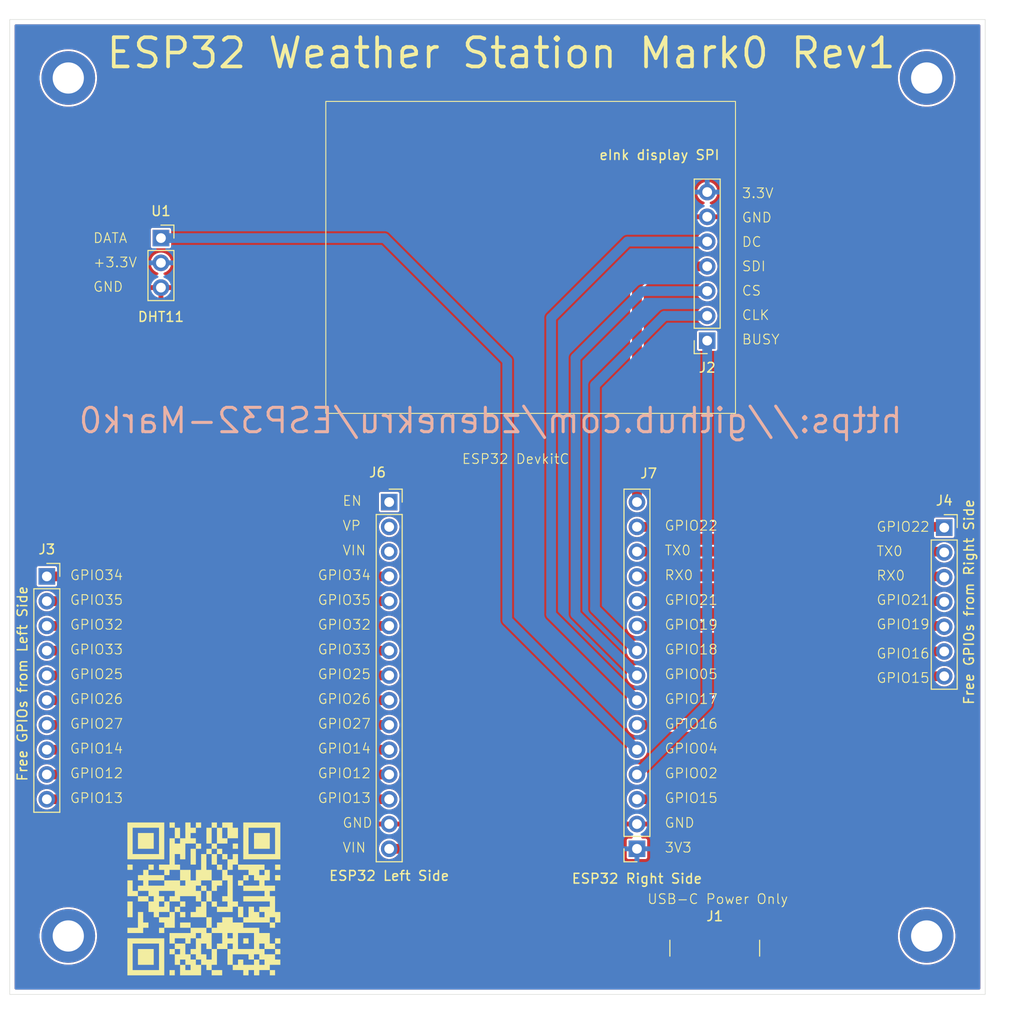
<source format=kicad_pcb>
(kicad_pcb (version 20241229) (generator "pcbnew") (generator_version "9.0")
  (layers (0 "F.Cu" signal) (2 "B.Cu" signal) (13 "F.Paste" user) (15 "B.Paste" user) (5 "F.SilkS" user "F.Silkscreen") (7 "B.SilkS" user "B.Silkscreen") (1 "F.Mask" user) (3 "B.Mask" user) (25 "Edge.Cuts" user))
  (net 0 "")
  (net 1 "GND")
  (net 2 "+5V")
  (net 5 "/SDI")
  (net 6 "+3.3V")
  (net 7 "/GPIO33")
  (net 8 "/GPIO27")
  (net 9 "/GPIO35")
  (net 10 "/GPIO26")
  (net 11 "/GPIO32")
  (net 12 "/GPIO25")
  (net 13 "/GPIO34")
  (net 14 "/GPIO21")
  (net 15 "/GPIO12")
  (net 16 "/GPIO15")
  (net 17 "/CLK")
  (net 18 "/DC")
  (net 19 "/GPIO19")
  (net 20 "/BUSY")
  (net 22 "/CS")
  (net 23 "/GPIO22")
  (net 26 "/GPIO14")
  (net 27 "/GPIO13")
  (net 28 "/DATA")
  (net 29 "/TX0")
  (net 30 "/GPIO16")
  (net 31 "/RX0")
  (footprint "Connector_PinSocket_2.54mm:PinSocket_1x07_P2.54mm_Vertical" (layer "F.Cu") (at 173.3 93.12)
    (property "Reference" "J4" (at 0 -2.77 0) (layer "F.SilkS"))
    (property "Value" "Free GPIOs from Right Side" (at 2.54 7.62 90) (layer "F.SilkS"))
    (pad "1" thru_hole rect (at 0 0) (size 1.7 1.7) (drill 1) (layers "*.Cu" "*.Mask") (net 23 "/GPIO22"))
    (pad "2" thru_hole oval (at 0 2.54) (size 1.7 1.7) (drill 1) (layers "*.Cu" "*.Mask") (net 29 "/TX0"))
    (pad "3" thru_hole oval (at 0 5.08) (size 1.7 1.7) (drill 1) (layers "*.Cu" "*.Mask") (net 31 "/RX0"))
    (pad "4" thru_hole oval (at 0 7.62) (size 1.7 1.7) (drill 1) (layers "*.Cu" "*.Mask") (net 14 "/GPIO21"))
    (pad "5" thru_hole oval (at 0 10.16) (size 1.7 1.7) (drill 1) (layers "*.Cu" "*.Mask") (net 19 "/GPIO19"))
    (pad "6" thru_hole oval (at 0 12.7) (size 1.7 1.7) (drill 1) (layers "*.Cu" "*.Mask") (net 30 "/GPIO16"))
    (pad "7" thru_hole oval (at 0 15.24) (size 1.7 1.7) (drill 1) (layers "*.Cu" "*.Mask") (net 16 "/GPIO15"))
  )
  (footprint "MountingHole:MountingHole_3.2mm_M3_ISO14580_Pad_TopBottom" (layer "F.Cu") (at 171.5 135)
    (property "Reference" "H4")
    (property "Value" "MountingHole")
    (pad "1" thru_hole circle (at 0 0) (size 3.6 3.6) (drill 3.2) (layers "*.Cu" "*.Mask"))
    (pad "1" connect circle (at 0 0) (size 5.5 5.5) (layers "F.Cu" "F.Mask"))
    (pad "1" connect circle (at 0 0) (size 5.5 5.5) (layers "B.Cu" "B.Mask"))
  )
  (footprint "Connector_PinSocket_2.54mm:PinSocket_1x15_P2.54mm_Vertical" (layer "F.Cu") (at 141.8 126.06 180)
    (property "Reference" "J7" (at -1.2 38.5 0) (layer "F.SilkS"))
    (property "Value" "ESP32 Right Side" (at 0 -3.06 0) (layer "F.SilkS"))
    (pad "1" thru_hole rect (at 0 0 180) (size 1.7 1.7) (drill 1) (layers "*.Cu" "*.Mask") (net 6 "+3.3V"))
    (pad "2" thru_hole oval (at 0 2.54 180) (size 1.7 1.7) (drill 1) (layers "*.Cu" "*.Mask") (net 1 "GND"))
    (pad "3" thru_hole oval (at 0 5.08 180) (size 1.7 1.7) (drill 1) (layers "*.Cu" "*.Mask") (net 16 "/GPIO15"))
    (pad "4" thru_hole oval (at 0 7.62 180) (size 1.7 1.7) (drill 1) (layers "*.Cu" "*.Mask") (net 20 "/BUSY"))
    (pad "5" thru_hole oval (at 0 10.16 180) (size 1.7 1.7) (drill 1) (layers "*.Cu" "*.Mask") (net 28 "/DATA"))
    (pad "6" thru_hole oval (at 0 12.7 180) (size 1.7 1.7) (drill 1) (layers "*.Cu" "*.Mask") (net 30 "/GPIO16"))
    (pad "7" thru_hole oval (at 0 15.24 180) (size 1.7 1.7) (drill 1) (layers "*.Cu" "*.Mask") (net 18 "/DC"))
    (pad "8" thru_hole oval (at 0 17.78 180) (size 1.7 1.7) (drill 1) (layers "*.Cu" "*.Mask") (net 22 "/CS"))
    (pad "9" thru_hole oval (at 0 20.32 180) (size 1.7 1.7) (drill 1) (layers "*.Cu" "*.Mask") (net 17 "/CLK"))
    (pad "10" thru_hole oval (at 0 22.86 180) (size 1.7 1.7) (drill 1) (layers "*.Cu" "*.Mask") (net 19 "/GPIO19"))
    (pad "11" thru_hole oval (at 0 25.4 180) (size 1.7 1.7) (drill 1) (layers "*.Cu" "*.Mask") (net 14 "/GPIO21"))
    (pad "12" thru_hole oval (at 0 27.94 180) (size 1.7 1.7) (drill 1) (layers "*.Cu" "*.Mask") (net 31 "/RX0"))
    (pad "13" thru_hole oval (at 0 30.48 180) (size 1.7 1.7) (drill 1) (layers "*.Cu" "*.Mask") (net 29 "/TX0"))
    (pad "14" thru_hole oval (at 0 33.02 180) (size 1.7 1.7) (drill 1) (layers "*.Cu" "*.Mask") (net 23 "/GPIO22"))
    (pad "15" thru_hole oval (at 0 35.56 180) (size 1.7 1.7) (drill 1) (layers "*.Cu" "*.Mask") (net 5 "/SDI"))
  )
  (footprint "MountingHole:MountingHole_3.2mm_M3_ISO14580_Pad_TopBottom" (layer "F.Cu") (at 83.5 47)
    (property "Reference" "H1")
    (property "Value" "MountingHole")
    (pad "1" thru_hole circle (at 0 0) (size 3.6 3.6) (drill 3.2) (layers "*.Cu" "*.Mask"))
    (pad "1" connect circle (at 0 0) (size 5.5 5.5) (layers "F.Cu" "F.Mask"))
    (pad "1" connect circle (at 0 0) (size 5.5 5.5) (layers "B.Cu" "B.Mask"))
  )
  (footprint "MountingHole:MountingHole_3.2mm_M3_ISO14580_Pad_TopBottom" (layer "F.Cu") (at 83.5 135)
    (property "Reference" "H3")
    (property "Value" "MountingHole")
    (pad "1" thru_hole circle (at 0 0) (size 3.6 3.6) (drill 3.2) (layers "*.Cu" "*.Mask"))
    (pad "1" connect circle (at 0 0) (size 5.5 5.5) (layers "F.Cu" "F.Mask"))
    (pad "1" connect circle (at 0 0) (size 5.5 5.5) (layers "B.Cu" "B.Mask"))
  )
  (footprint "Connector_PinSocket_2.54mm:PinSocket_1x10_P2.54mm_Vertical" (layer "F.Cu") (at 81.3 98.12)
    (property "Reference" "J3" (at 0 -2.77 0) (layer "F.SilkS"))
    (property "Value" "Free GPIOs from Left Side" (at -2.5 11 270) (layer "F.SilkS"))
    (pad "1" thru_hole rect (at 0 0) (size 1.7 1.7) (drill 1) (layers "*.Cu" "*.Mask") (net 13 "/GPIO34"))
    (pad "2" thru_hole oval (at 0 2.54) (size 1.7 1.7) (drill 1) (layers "*.Cu" "*.Mask") (net 9 "/GPIO35"))
    (pad "3" thru_hole oval (at 0 5.08) (size 1.7 1.7) (drill 1) (layers "*.Cu" "*.Mask") (net 11 "/GPIO32"))
    (pad "4" thru_hole oval (at 0 7.62) (size 1.7 1.7) (drill 1) (layers "*.Cu" "*.Mask") (net 7 "/GPIO33"))
    (pad "5" thru_hole oval (at 0 10.16) (size 1.7 1.7) (drill 1) (layers "*.Cu" "*.Mask") (net 12 "/GPIO25"))
    (pad "6" thru_hole oval (at 0 12.7) (size 1.7 1.7) (drill 1) (layers "*.Cu" "*.Mask") (net 10 "/GPIO26"))
    (pad "7" thru_hole oval (at 0 15.24) (size 1.7 1.7) (drill 1) (layers "*.Cu" "*.Mask") (net 8 "/GPIO27"))
    (pad "8" thru_hole oval (at 0 17.78) (size 1.7 1.7) (drill 1) (layers "*.Cu" "*.Mask") (net 26 "/GPIO14"))
    (pad "9" thru_hole oval (at 0 20.32) (size 1.7 1.7) (drill 1) (layers "*.Cu" "*.Mask") (net 15 "/GPIO12"))
    (pad "10" thru_hole oval (at 0 22.86) (size 1.7 1.7) (drill 1) (layers "*.Cu" "*.Mask") (net 27 "/GPIO13"))
  )
  (footprint "Connector_PinSocket_2.54mm:PinSocket_1x15_P2.54mm_Vertical" (layer "F.Cu") (at 116.4 90.5)
    (property "Reference" "J6" (at -1.2 -3.04 0) (layer "F.SilkS"))
    (property "Value" "ESP32 Left Side" (at 0 38.33 0) (layer "F.SilkS"))
    (pad "1" thru_hole rect (at 0 0) (size 1.7 1.7) (drill 1) (layers "*.Cu" "*.Mask"))
    (pad "2" thru_hole oval (at 0 2.54) (size 1.7 1.7) (drill 1) (layers "*.Cu" "*.Mask"))
    (pad "3" thru_hole oval (at 0 5.08) (size 1.7 1.7) (drill 1) (layers "*.Cu" "*.Mask"))
    (pad "4" thru_hole oval (at 0 7.62) (size 1.7 1.7) (drill 1) (layers "*.Cu" "*.Mask") (net 13 "/GPIO34"))
    (pad "5" thru_hole oval (at 0 10.16) (size 1.7 1.7) (drill 1) (layers "*.Cu" "*.Mask") (net 9 "/GPIO35"))
    (pad "6" thru_hole oval (at 0 12.7) (size 1.7 1.7) (drill 1) (layers "*.Cu" "*.Mask") (net 11 "/GPIO32"))
    (pad "7" thru_hole oval (at 0 15.24) (size 1.7 1.7) (drill 1) (layers "*.Cu" "*.Mask") (net 7 "/GPIO33"))
    (pad "8" thru_hole oval (at 0 17.78) (size 1.7 1.7) (drill 1) (layers "*.Cu" "*.Mask") (net 12 "/GPIO25"))
    (pad "9" thru_hole oval (at 0 20.32) (size 1.7 1.7) (drill 1) (layers "*.Cu" "*.Mask") (net 10 "/GPIO26"))
    (pad "10" thru_hole oval (at 0 22.86) (size 1.7 1.7) (drill 1) (layers "*.Cu" "*.Mask") (net 8 "/GPIO27"))
    (pad "11" thru_hole oval (at 0 25.4) (size 1.7 1.7) (drill 1) (layers "*.Cu" "*.Mask") (net 26 "/GPIO14"))
    (pad "12" thru_hole oval (at 0 27.94) (size 1.7 1.7) (drill 1) (layers "*.Cu" "*.Mask") (net 15 "/GPIO12"))
    (pad "13" thru_hole oval (at 0 30.48) (size 1.7 1.7) (drill 1) (layers "*.Cu" "*.Mask") (net 27 "/GPIO13"))
    (pad "14" thru_hole oval (at 0 33.02) (size 1.7 1.7) (drill 1) (layers "*.Cu" "*.Mask") (net 1 "GND"))
    (pad "15" thru_hole oval (at 0 35.56) (size 1.7 1.7) (drill 1) (layers "*.Cu" "*.Mask") (net 2 "+5V"))
  )
  (footprint "LOGO" (layer "F.Cu") (at 97.4 131.2)
    (property "Reference" "G***" (hide yes))
    (property "Value" "LOGO" (hide yes))
  )
  (footprint "MountingHole:MountingHole_3.2mm_M3_ISO14580_Pad_TopBottom" (layer "F.Cu") (at 171.5 47)
    (property "Reference" "H2")
    (property "Value" "MountingHole")
    (pad "1" thru_hole circle (at 0 0) (size 3.6 3.6) (drill 3.2) (layers "*.Cu" "*.Mask"))
    (pad "1" connect circle (at 0 0) (size 5.5 5.5) (layers "F.Cu" "F.Mask"))
    (pad "1" connect circle (at 0 0) (size 5.5 5.5) (layers "B.Cu" "B.Mask"))
  )
  (footprint "Connector_PinSocket_2.54mm:PinSocket_1x03_P2.54mm_Vertical" (layer "F.Cu") (at 93 63.42)
    (property "Reference" "U1" (at 0 -2.77 0) (layer "F.SilkS"))
    (property "Value" "DHT11" (at 0 8.08 0) (layer "F.SilkS"))
    (pad "1" thru_hole rect (at 0 0) (size 1.7 1.7) (drill 1) (layers "*.Cu" "*.Mask") (net 28 "/DATA"))
    (pad "2" thru_hole oval (at 0 2.54) (size 1.7 1.7) (drill 1) (layers "*.Cu" "*.Mask") (net 6 "+3.3V"))
    (pad "3" thru_hole oval (at 0 5.08) (size 1.7 1.7) (drill 1) (layers "*.Cu" "*.Mask") (net 1 "GND"))
  )
  (footprint "Connector_USB:USB_C_Receptacle_GCT_USB4135-GF-A_6P_TopMnt_Horizontal" (layer "F.Cu") (at 149.775 137.4775)
    (property "Reference" "J1" (at 0 -4.5 0) (layer "F.SilkS"))
    (property "Value" "USB_C_Receptacle_PowerOnly_6P")
    (pad "A5" smd roundrect (at -0.5 -3.0325) (size 0.7 1.2) (layers "F.Cu" "F.Mask" "F.Paste"))
    (pad "A9" smd roundrect (at 1.52 -3.0325 180) (size 0.76 1.2) (layers "F.Cu" "F.Mask" "F.Paste") (net 2 "+5V"))
    (pad "A12" smd roundrect (at 2.75 -3.0325 180) (size 0.8 1.2) (layers "F.Cu" "F.Mask" "F.Paste") (net 1 "GND"))
    (pad "B5" smd roundrect (at 0.5 -3.0325 180) (size 0.7 1.2) (layers "F.Cu" "F.Mask" "F.Paste"))
    (pad "B9" smd roundrect (at -1.52 -3.0325) (size 0.76 1.2) (layers "F.Cu" "F.Mask" "F.Paste") (net 2 "+5V"))
    (pad "B12" smd roundrect (at -2.75 -3.0325) (size 0.8 1.2) (layers "F.Cu" "F.Mask" "F.Paste") (net 1 "GND"))
    (pad "S1" smd roundrect (at -5.125 -2.9775) (size 1.8 1.35) (layers "F.Cu" "F.Mask" "F.Paste") (roundrect_rratio 0.1851851852) (net 1 "GND"))
    (pad "S1" smd roundrect (at -5.125 0.6025) (size 1.8 1.5) (layers "F.Cu" "F.Mask" "F.Paste") (roundrect_rratio 0.1666666667) (net 1 "GND"))
    (pad "S1" smd roundrect (at 5.125 -2.9775) (size 1.8 1.35) (layers "F.Cu" "F.Mask" "F.Paste") (roundrect_rratio 0.1851851852) (net 1 "GND"))
    (pad "S1" smd roundrect (at 5.125 0.6025) (size 1.8 1.5) (layers "F.Cu" "F.Mask" "F.Paste") (roundrect_rratio 0.1666666667) (net 1 "GND"))
  )
  (footprint "Connector_PinSocket_2.54mm:PinSocket_1x07_P2.54mm_Vertical" (layer "F.Cu") (at 149 73.94 180)
    (property "Reference" "J2" (at 0 -2.77 0) (layer "F.SilkS"))
    (property "Value" "eInk display SPI" (at 4.9 19.04 180) (layer "F.SilkS"))
    (pad "1" thru_hole rect (at 0 0 180) (size 1.7 1.7) (drill 1) (layers "*.Cu" "*.Mask") (net 20 "/BUSY"))
    (pad "2" thru_hole oval (at 0 2.54 180) (size 1.7 1.7) (drill 1) (layers "*.Cu" "*.Mask") (net 17 "/CLK"))
    (pad "3" thru_hole oval (at 0 5.08 180) (size 1.7 1.7) (drill 1) (layers "*.Cu" "*.Mask") (net 22 "/CS"))
    (pad "4" thru_hole oval (at 0 7.62 180) (size 1.7 1.7) (drill 1) (layers "*.Cu" "*.Mask") (net 5 "/SDI"))
    (pad "5" thru_hole oval (at 0 10.16 180) (size 1.7 1.7) (drill 1) (layers "*.Cu" "*.Mask") (net 18 "/DC"))
    (pad "6" thru_hole oval (at 0 12.7 180) (size 1.7 1.7) (drill 1) (layers "*.Cu" "*.Mask") (net 1 "GND"))
    (pad "7" thru_hole oval (at 0 15.24 180) (size 1.7 1.7) (drill 1) (layers "*.Cu" "*.Mask") (net 6 "+3.3V"))
  )
  (gr_rect (start 109.9 49.4) (end 151.9 81.4) (stroke (width 0.1)) (fill no) (layer "F.SilkS"))
  (gr_rect (start 77.5 41) (end 177.5 141) (stroke (width 0.05)) (fill no) (layer "Edge.Cuts"))
  (gr_text "GPIO21" (at 144.58 101.12 0) (layer "F.SilkS") (effects (font (size 1 1) (thickness 0.1)) (justify left bottom)))
  (gr_text "VIN" (at 111.56 96.04 0) (layer "F.SilkS") (effects (font (size 1 1) (thickness 0.1)) (justify left bottom)))
  (gr_text "SDI" (at 152.5 66.9 0) (layer "F.SilkS") (effects (font (size 1 1) (thickness 0.1)) (justify left bottom)))
  (gr_text "GPIO12" (at 83.62 118.9 0) (layer "F.SilkS") (effects (font (size 1 1) (thickness 0.1)) (justify left bottom)))
  (gr_text "GPIO12" (at 109.02 118.9 0) (layer "F.SilkS") (effects (font (size 1 1) (thickness 0.1)) (justify left bottom)))
  (gr_text "GPIO18" (at 144.58 106.2 0) (layer "F.SilkS") (effects (font (size 1 1) (thickness 0.1)) (justify left bottom)))
  (gr_text "CS" (at 152.5 69.4 0) (layer "F.SilkS") (effects (font (size 1 1) (thickness 0.1)) (justify left bottom)))
  (gr_text "GPIO04" (at 144.58 116.36 0) (layer "F.SilkS") (effects (font (size 1 1) (thickness 0.1)) (justify left bottom)))
  (gr_text "GPIO19" (at 166.3 103.62 0) (layer "F.SilkS") (effects (font (size 1 1) (thickness 0.1)) (justify left bottom)))
  (gr_text "GPIO34" (at 109.02 98.58 0) (layer "F.SilkS") (effects (font (size 1 1) (thickness 0.1)) (justify left bottom)))
  (gr_text "GPIO05" (at 144.58 108.74 0) (layer "F.SilkS") (effects (font (size 1 1) (thickness 0.1)) (justify left bottom)))
  (gr_text "GPIO27" (at 109.02 113.82 0) (layer "F.SilkS") (effects (font (size 1 1) (thickness 0.1)) (justify left bottom)))
  (gr_text "DATA" (at 86 64 0) (layer "F.SilkS") (effects (font (size 1 1) (thickness 0.1)) (justify left bottom)))
  (gr_text "GPIO21" (at 166.3 101.12 0) (layer "F.SilkS") (effects (font (size 1 1) (thickness 0.1)) (justify left bottom)))
  (gr_text "3.3V" (at 152.5 59.4 0) (layer "F.SilkS") (effects (font (size 1 1) (thickness 0.1)) (justify left bottom)))
  (gr_text "GPIO16" (at 144.58 113.82 0) (layer "F.SilkS") (effects (font (size 1 1) (thickness 0.1)) (justify left bottom)))
  (gr_text "GND" (at 152.5 61.9 0) (layer "F.SilkS") (effects (font (size 1 1) (thickness 0.1)) (justify left bottom)))
  (gr_text "GPIO32" (at 109.02 103.66 0) (layer "F.SilkS") (effects (font (size 1 1) (thickness 0.1)) (justify left bottom)))
  (gr_text "DC" (at 152.5 64.4 0) (layer "F.SilkS") (effects (font (size 1 1) (thickness 0.1)) (justify left bottom)))
  (gr_text "ESP32 DevkitC" (at 123.8 86.66 0) (layer "F.SilkS") (effects (font (size 1 1) (thickness 0.1)) (justify left bottom)))
  (gr_text "TX0" (at 166.3 96.12 0) (layer "F.SilkS") (effects (font (size 1 1) (thickness 0.1)) (justify left bottom)))
  (gr_text "GPIO13" (at 109.02 121.44 0) (layer "F.SilkS") (effects (font (size 1 1) (thickness 0.1)) (justify left bottom)))
  (gr_text "+3.3V" (at 86 66.5 0) (layer "F.SilkS") (effects (font (size 1 1) (thickness 0.1)) (justify left bottom)))
  (gr_text "GPIO27" (at 83.62 113.82 0) (layer "F.SilkS") (effects (font (size 1 1) (thickness 0.1)) (justify left bottom)))
  (gr_text "GPIO26" (at 83.62 111.28 0) (layer "F.SilkS") (effects (font (size 1 1) (thickness 0.1)) (justify left bottom)))
  (gr_text "GPIO19" (at 144.58 103.66 0) (layer "F.SilkS") (effects (font (size 1 1) (thickness 0.1)) (justify left bottom)))
  (gr_text "VP" (at 111.56 93.5 0) (layer "F.SilkS") (effects (font (size 1 1) (thickness 0.1)) (justify left bottom)))
  (gr_text "GPIO35" (at 109.02 101.12 0) (layer "F.SilkS") (effects (font (size 1 1) (thickness 0.1)) (justify left bottom)))
  (gr_text "RX0" (at 144.58 98.58 0) (layer "F.SilkS") (effects (font (size 1 1) (thickness 0.1)) (justify left bottom)))
  (gr_text "GPIO22" (at 166.3 93.62 0) (layer "F.SilkS") (effects (font (size 1 1) (thickness 0.1)) (justify left bottom)))
  (gr_text "EN" (at 111.56 90.96 0) (layer "F.SilkS") (effects (font (size 1 1) (thickness 0.1)) (justify left bottom)))
  (gr_text "GPIO16" (at 166.3 106.62 0) (layer "F.SilkS") (effects (font (size 1 1) (thickness 0.1)) (justify left bottom)))
  (gr_text "GPIO14" (at 83.62 116.36 0) (layer "F.SilkS") (effects (font (size 1 1) (thickness 0.1)) (justify left bottom)))
  (gr_text "GND	" (at 144.58 123.98 0) (layer "F.SilkS") (effects (font (size 1 1) (thickness 0.1)) (justify left bottom)))
  (gr_text "TX0" (at 144.58 96.04 0) (layer "F.SilkS") (effects (font (size 1 1) (thickness 0.1)) (justify left bottom)))
  (gr_text "RX0" (at 166.3 98.62 0) (layer "F.SilkS") (effects (font (size 1 1) (thickness 0.1)) (justify left bottom)))
  (gr_text "3V3" (at 144.58 126.52 0) (layer "F.SilkS") (effects (font (size 1 1) (thickness 0.1)) (justify left bottom)))
  (gr_text "CLK" (at 152.5 71.9 0) (layer "F.SilkS") (effects (font (size 1 1) (thickness 0.1)) (justify left bottom)))
  (gr_text "GPIO25" (at 83.62 108.74 0) (layer "F.SilkS") (effects (font (size 1 1) (thickness 0.1)) (justify left bottom)))
  (gr_text "ESP32 Weather Station Mark0 Rev1" (at 87.2 46.2 0) (layer "F.SilkS") (effects (font (size 3 3) (thickness 0.375)) (justify left bottom)))
  (gr_text "GPIO33" (at 109.02 106.2 0) (layer "F.SilkS") (effects (font (size 1 1) (thickness 0.1)) (justify left bottom)))
  (gr_text "BUSY" (at 152.5 74.4 0) (layer "F.SilkS") (effects (font (size 1 1) (thickness 0.1)) (justify left bottom)))
  (gr_text "GPIO15" (at 144.58 121.44 0) (layer "F.SilkS") (effects (font (size 1 1) (thickness 0.1)) (justify left bottom)))
  (gr_text "VIN" (at 111.56 126.52 0) (layer "F.SilkS") (effects (font (size 1 1) (thickness 0.1)) (justify left bottom)))
  (gr_text "GPIO13" (at 83.62 121.44 0) (layer "F.SilkS") (effects (font (size 1 1) (thickness 0.1)) (justify left bottom)))
  (gr_text "GPIO25" (at 109.02 108.74 0) (layer "F.SilkS") (effects (font (size 1 1) (thickness 0.1)) (justify left bottom)))
  (gr_text "GPIO26" (at 109.02 111.28 0) (layer "F.SilkS") (effects (font (size 1 1) (thickness 0.1)) (justify left bottom)))
  (gr_text "GPIO33" (at 83.62 106.2 0) (layer "F.SilkS") (effects (font (size 1 1) (thickness 0.1)) (justify left bottom)))
  (gr_text "GPIO22" (at 144.58 93.5 0) (layer "F.SilkS") (effects (font (size 1 1) (thickness 0.1)) (justify left bottom)))
  (gr_text "GPIO35" (at 83.62 101.12 0) (layer "F.SilkS") (effects (font (size 1 1) (thickness 0.1)) (justify left bottom)))
  (gr_text "GPIO02" (at 144.58 118.9 0) (layer "F.SilkS") (effects (font (size 1 1) (thickness 0.1)) (justify left bottom)))
  (gr_text "GPIO15" (at 166.3 109.12 0) (layer "F.SilkS") (effects (font (size 1 1) (thickness 0.1)) (justify left bottom)))
  (gr_text "GND" (at 111.56 123.98 0) (layer "F.SilkS") (effects (font (size 1 1) (thickness 0.1)) (justify left bottom)))
  (gr_text "USB-C Power Only" (at 142.8 131.8 0) (layer "F.SilkS") (effects (font (size 1 1) (thickness 0.1)) (justify left bottom)))
  (gr_text "GPIO17" (at 144.58 111.28 0) (layer "F.SilkS") (effects (font (size 1 1) (thickness 0.1)) (justify left bottom)))
  (gr_text "GPIO14" (at 109.02 116.36 0) (layer "F.SilkS") (effects (font (size 1 1) (thickness 0.1)) (justify left bottom)))
  (gr_text "GND" (at 86 69 0) (layer "F.SilkS") (effects (font (size 1 1) (thickness 0.1)) (justify left bottom)))
  (gr_text "GPIO34" (at 83.62 98.58 0) (layer "F.SilkS") (effects (font (size 1 1) (thickness 0.1)) (justify left bottom)))
  (gr_text "GPIO32" (at 83.62 103.66 0) (layer "F.SilkS") (effects (font (size 1 1) (thickness 0.1)) (justify left bottom)))
  (gr_text "https://github.com/zdenekru/ESP32-Mark0" (at 169.2 83.6 0) (layer "B.SilkS") (effects (font (size 2.5 2.5) (thickness 0.3125)) (justify left bottom mirror)))
  (segment (start 130.86 126.06) (end 135.1 130.3) (width 1) (layer "F.Cu") (net 2))
  (segment (start 151.295 135.105) (end 151.295 134.445) (width 0.2) (layer "F.Cu") (net 2))
  (segment (start 151.054 135.346) (end 151.295 135.105) (width 0.2) (layer "F.Cu") (net 2))
  (segment (start 116.4 126.06) (end 130.86 126.06) (width 1) (layer "F.Cu") (net 2))
  (segment (start 148.556 135.346) (end 151.054 135.346) (width 0.2) (layer "F.Cu") (net 2))
  (segment (start 148.224 130.824) (end 148.224 134.445) (width 1) (layer "F.Cu") (net 2))
  (segment (start 148.255 134.445) (end 148.255 135.045) (width 0.2) (layer "F.Cu") (net 2))
  (segment (start 147.7 130.3) (end 148.224 130.824) (width 1) (layer "F.Cu") (net 2))
  (segment (start 148.255 135.045) (end 148.556 135.346) (width 0.2) (layer "F.Cu") (net 2))
  (segment (start 135.1 130.3) (end 147.7 130.3) (width 1) (layer "F.Cu") (net 2))
  (segment (start 143.68 66.32) (end 141.8 68.2) (width 1) (layer "F.Cu") (net 5))
  (segment (start 141.8 68.2) (end 141.8 90.5) (width 1) (layer "F.Cu") (net 5))
  (segment (start 149 66.32) (end 143.68 66.32) (width 1) (layer "F.Cu") (net 5))
  (segment (start 81.3 105.74) (end 116.4 105.74) (width 1) (layer "F.Cu") (net 7))
  (segment (start 81.3 113.36) (end 116.4 113.36) (width 1) (layer "F.Cu") (net 8))
  (segment (start 81.3 100.66) (end 116.4 100.66) (width 1) (layer "F.Cu") (net 9))
  (segment (start 81.3 110.82) (end 116.4 110.82) (width 1) (layer "F.Cu") (net 10))
  (segment (start 81.3 103.2) (end 116.4 103.2) (width 1) (layer "F.Cu") (net 11))
  (segment (start 81.3 108.28) (end 116.4 108.28) (width 1) (layer "F.Cu") (net 12))
  (segment (start 81.3 98.12) (end 116.4 98.12) (width 1) (layer "F.Cu") (net 13))
  (segment (start 173.22 100.66) (end 173.3 100.74) (width 1) (layer "F.Cu") (net 14))
  (segment (start 141.8 100.66) (end 173.22 100.66) (width 1) (layer "F.Cu") (net 14))
  (segment (start 81.3 118.44) (end 116.4 118.44) (width 1) (layer "F.Cu") (net 15))
  (segment (start 159.56 108.36) (end 146.94 120.98) (width 1) (layer "F.Cu") (net 16))
  (segment (start 173.3 108.36) (end 159.56 108.36) (width 1) (layer "F.Cu") (net 16))
  (segment (start 173.3 108.36) (end 173.3 108.62) (width 1) (layer "F.Cu") (net 16))
  (segment (start 146.94 120.98) (end 141.8 120.98) (width 1) (layer "F.Cu") (net 16))
  (segment (start 137.5 101.44) (end 137.5 78.5) (width 1) (layer "B.Cu") (net 17))
  (segment (start 144.6 71.4) (end 149 71.4) (width 1) (layer "B.Cu") (net 17))
  (segment (start 141.8 105.74) (end 137.5 101.44) (width 1) (layer "B.Cu") (net 17))
  (segment (start 137.5 78.5) (end 144.6 71.4) (width 1) (layer "B.Cu") (net 17))
  (segment (start 149 64) (end 149 63.78) (width 1) (layer "B.Cu") (net 18))
  (segment (start 140.82 63.78) (end 149 63.78) (width 1) (layer "B.Cu") (net 18))
  (segment (start 133 102.02) (end 133 71.6) (width 1) (layer "B.Cu") (net 18))
  (segment (start 141.8 110.82) (end 133 102.02) (width 1) (layer "B.Cu") (net 18))
  (segment (start 133 71.6) (end 140.82 63.78) (width 1) (layer "B.Cu") (net 18))
  (segment (start 141.8 103.2) (end 173.22 103.2) (width 1) (layer "F.Cu") (net 19))
  (segment (start 173.22 103.2) (end 173.3 103.28) (width 1) (layer "F.Cu") (net 19))
  (segment (start 149 73.94) (end 149 111.24) (width 1) (layer "B.Cu") (net 20))
  (segment (start 149 111.24) (end 141.8 118.44) (width 1) (layer "B.Cu") (net 20))
  (segment (start 135.5 101.98) (end 135.5 75.7) (width 1) (layer "B.Cu") (net 22))
  (segment (start 142.34 68.86) (end 149 68.86) (width 1) (layer "B.Cu") (net 22))
  (segment (start 135.5 75.7) (end 142.34 68.86) (width 1) (layer "B.Cu") (net 22))
  (segment (start 141.8 108.28) (end 135.5 101.98) (width 1) (layer "B.Cu") (net 22))
  (segment (start 173.22 93.04) (end 173.3 93.12) (width 1) (layer "F.Cu") (net 23))
  (segment (start 141.8 93.04) (end 173.22 93.04) (width 1) (layer "F.Cu") (net 23))
  (segment (start 81.3 115.9) (end 116.4 115.9) (width 1) (layer "F.Cu") (net 26))
  (segment (start 81.3 120.98) (end 116.4 120.98) (width 1) (layer "F.Cu") (net 27))
  (segment (start 93 63.42) (end 93 63.5) (width 0.2) (layer "F.Cu") (net 28))
  (segment (start 115.92 63.42) (end 93 63.42) (width 1) (layer "B.Cu") (net 28))
  (segment (start 128.5 102.6) (end 128.5 76) (width 1) (layer "B.Cu") (net 28))
  (segment (start 128.5 76) (end 115.92 63.42) (width 1) (layer "B.Cu") (net 28))
  (segment (start 141.8 115.9) (end 128.5 102.6) (width 1) (layer "B.Cu") (net 28))
  (segment (start 141.8 95.58) (end 173.22 95.58) (width 1) (layer "F.Cu") (net 29))
  (segment (start 173.22 95.58) (end 173.3 95.66) (width 1) (layer "F.Cu") (net 29))
  (segment (start 171.8 105.62) (end 172 105.82) (width 1) (layer "F.Cu") (net 30))
  (segment (start 155.3 105.62) (end 171.8 105.62) (width 1) (layer "F.Cu") (net 30))
  (segment (start 147.56 113.36) (end 155.3 105.62) (width 1) (layer "F.Cu") (net 30))
  (segment (start 141.8 113.36) (end 147.56 113.36) (width 1) (layer "F.Cu") (net 30))
  (segment (start 172 105.82) (end 173.3 105.82) (width 1) (layer "F.Cu") (net 30))
  (segment (start 173.22 98.12) (end 173.3 98.2) (width 1) (layer "F.Cu") (net 31))
  (segment (start 141.8 98.12) (end 173.22 98.12) (width 1) (layer "F.Cu") (net 31))
  (zone (net 1) (net_name "GND") (layer "F.Cu") (name "GND") (priority 1) (connect_pads (clearance 0)) (min_thickness 0.25) (fill yes (thermal_gap 0.5) (thermal_bridge_width 0.5))
    (polygon (pts (xy 76.5 142.5) (xy 180.5 142) (xy 180 39) (xy 76.5 39.5)))
  )
  (zone (net 6) (net_name "+3.3V") (layer "B.Cu") (name "GND") (connect_pads (clearance 0)) (min_thickness 0.25) (fill yes (thermal_gap 0.5) (thermal_bridge_width 0.5))
    (polygon (pts (xy 76.5 39.5) (xy 76.5 143) (xy 181.5 142.5) (xy 180 39.5)))
  )
)
</source>
